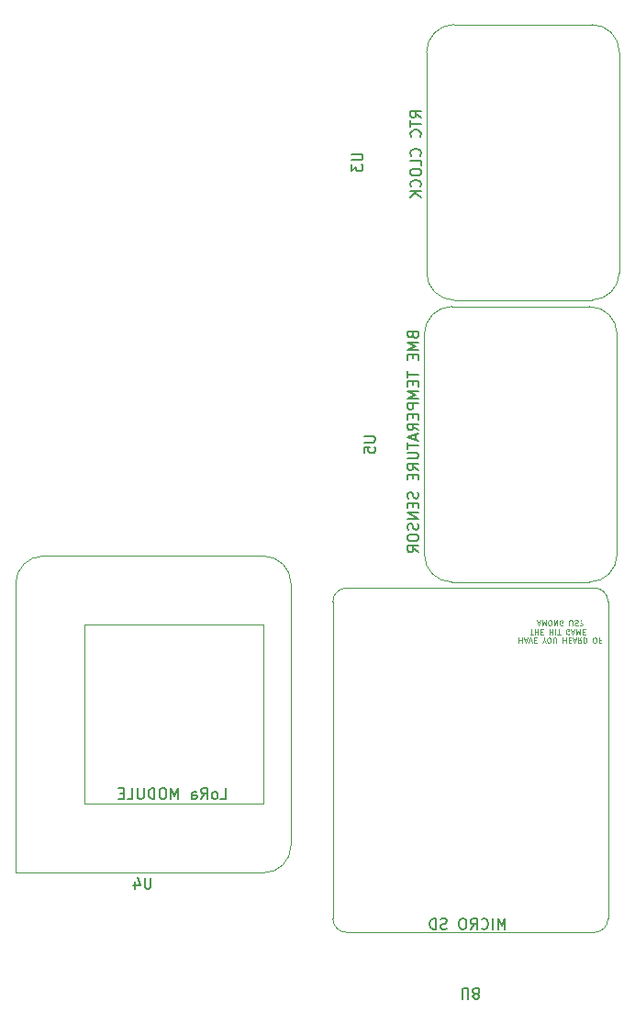
<source format=gbr>
%TF.GenerationSoftware,KiCad,Pcbnew,(6.0.10-0)*%
%TF.CreationDate,2023-01-18T17:38:16-08:00*%
%TF.ProjectId,Pioneer Controller V2,50696f6e-6565-4722-9043-6f6e74726f6c,rev?*%
%TF.SameCoordinates,Original*%
%TF.FileFunction,Legend,Bot*%
%TF.FilePolarity,Positive*%
%FSLAX46Y46*%
G04 Gerber Fmt 4.6, Leading zero omitted, Abs format (unit mm)*
G04 Created by KiCad (PCBNEW (6.0.10-0)) date 2023-01-18 17:38:16*
%MOMM*%
%LPD*%
G01*
G04 APERTURE LIST*
%ADD10C,0.150000*%
%ADD11C,0.125000*%
%ADD12C,0.120000*%
G04 APERTURE END LIST*
D10*
X50202380Y-99702380D02*
X50678571Y-99702380D01*
X50678571Y-98702380D01*
X49726190Y-99702380D02*
X49821428Y-99654761D01*
X49869047Y-99607142D01*
X49916666Y-99511904D01*
X49916666Y-99226190D01*
X49869047Y-99130952D01*
X49821428Y-99083333D01*
X49726190Y-99035714D01*
X49583333Y-99035714D01*
X49488095Y-99083333D01*
X49440476Y-99130952D01*
X49392857Y-99226190D01*
X49392857Y-99511904D01*
X49440476Y-99607142D01*
X49488095Y-99654761D01*
X49583333Y-99702380D01*
X49726190Y-99702380D01*
X48392857Y-99702380D02*
X48726190Y-99226190D01*
X48964285Y-99702380D02*
X48964285Y-98702380D01*
X48583333Y-98702380D01*
X48488095Y-98750000D01*
X48440476Y-98797619D01*
X48392857Y-98892857D01*
X48392857Y-99035714D01*
X48440476Y-99130952D01*
X48488095Y-99178571D01*
X48583333Y-99226190D01*
X48964285Y-99226190D01*
X47535714Y-99702380D02*
X47535714Y-99178571D01*
X47583333Y-99083333D01*
X47678571Y-99035714D01*
X47869047Y-99035714D01*
X47964285Y-99083333D01*
X47535714Y-99654761D02*
X47630952Y-99702380D01*
X47869047Y-99702380D01*
X47964285Y-99654761D01*
X48011904Y-99559523D01*
X48011904Y-99464285D01*
X47964285Y-99369047D01*
X47869047Y-99321428D01*
X47630952Y-99321428D01*
X47535714Y-99273809D01*
X46297619Y-99702380D02*
X46297619Y-98702380D01*
X45964285Y-99416666D01*
X45630952Y-98702380D01*
X45630952Y-99702380D01*
X44964285Y-98702380D02*
X44773809Y-98702380D01*
X44678571Y-98750000D01*
X44583333Y-98845238D01*
X44535714Y-99035714D01*
X44535714Y-99369047D01*
X44583333Y-99559523D01*
X44678571Y-99654761D01*
X44773809Y-99702380D01*
X44964285Y-99702380D01*
X45059523Y-99654761D01*
X45154761Y-99559523D01*
X45202380Y-99369047D01*
X45202380Y-99035714D01*
X45154761Y-98845238D01*
X45059523Y-98750000D01*
X44964285Y-98702380D01*
X44107142Y-99702380D02*
X44107142Y-98702380D01*
X43869047Y-98702380D01*
X43726190Y-98750000D01*
X43630952Y-98845238D01*
X43583333Y-98940476D01*
X43535714Y-99130952D01*
X43535714Y-99273809D01*
X43583333Y-99464285D01*
X43630952Y-99559523D01*
X43726190Y-99654761D01*
X43869047Y-99702380D01*
X44107142Y-99702380D01*
X43107142Y-98702380D02*
X43107142Y-99511904D01*
X43059523Y-99607142D01*
X43011904Y-99654761D01*
X42916666Y-99702380D01*
X42726190Y-99702380D01*
X42630952Y-99654761D01*
X42583333Y-99607142D01*
X42535714Y-99511904D01*
X42535714Y-98702380D01*
X41583333Y-99702380D02*
X42059523Y-99702380D01*
X42059523Y-98702380D01*
X41250000Y-99178571D02*
X40916666Y-99178571D01*
X40773809Y-99702380D02*
X41250000Y-99702380D01*
X41250000Y-98702380D01*
X40773809Y-98702380D01*
X67928571Y-56940476D02*
X67976190Y-57083333D01*
X68023809Y-57130952D01*
X68119047Y-57178571D01*
X68261904Y-57178571D01*
X68357142Y-57130952D01*
X68404761Y-57083333D01*
X68452380Y-56988095D01*
X68452380Y-56607142D01*
X67452380Y-56607142D01*
X67452380Y-56940476D01*
X67500000Y-57035714D01*
X67547619Y-57083333D01*
X67642857Y-57130952D01*
X67738095Y-57130952D01*
X67833333Y-57083333D01*
X67880952Y-57035714D01*
X67928571Y-56940476D01*
X67928571Y-56607142D01*
X68452380Y-57607142D02*
X67452380Y-57607142D01*
X68166666Y-57940476D01*
X67452380Y-58273809D01*
X68452380Y-58273809D01*
X67928571Y-58750000D02*
X67928571Y-59083333D01*
X68452380Y-59226190D02*
X68452380Y-58750000D01*
X67452380Y-58750000D01*
X67452380Y-59226190D01*
X67452380Y-60273809D02*
X67452380Y-60845238D01*
X68452380Y-60559523D02*
X67452380Y-60559523D01*
X67928571Y-61178571D02*
X67928571Y-61511904D01*
X68452380Y-61654761D02*
X68452380Y-61178571D01*
X67452380Y-61178571D01*
X67452380Y-61654761D01*
X68452380Y-62083333D02*
X67452380Y-62083333D01*
X68166666Y-62416666D01*
X67452380Y-62750000D01*
X68452380Y-62750000D01*
X68452380Y-63226190D02*
X67452380Y-63226190D01*
X67452380Y-63607142D01*
X67500000Y-63702380D01*
X67547619Y-63750000D01*
X67642857Y-63797619D01*
X67785714Y-63797619D01*
X67880952Y-63750000D01*
X67928571Y-63702380D01*
X67976190Y-63607142D01*
X67976190Y-63226190D01*
X67928571Y-64226190D02*
X67928571Y-64559523D01*
X68452380Y-64702380D02*
X68452380Y-64226190D01*
X67452380Y-64226190D01*
X67452380Y-64702380D01*
X68452380Y-65702380D02*
X67976190Y-65369047D01*
X68452380Y-65130952D02*
X67452380Y-65130952D01*
X67452380Y-65511904D01*
X67500000Y-65607142D01*
X67547619Y-65654761D01*
X67642857Y-65702380D01*
X67785714Y-65702380D01*
X67880952Y-65654761D01*
X67928571Y-65607142D01*
X67976190Y-65511904D01*
X67976190Y-65130952D01*
X68166666Y-66083333D02*
X68166666Y-66559523D01*
X68452380Y-65988095D02*
X67452380Y-66321428D01*
X68452380Y-66654761D01*
X67452380Y-66845238D02*
X67452380Y-67416666D01*
X68452380Y-67130952D02*
X67452380Y-67130952D01*
X67452380Y-67750000D02*
X68261904Y-67750000D01*
X68357142Y-67797619D01*
X68404761Y-67845238D01*
X68452380Y-67940476D01*
X68452380Y-68130952D01*
X68404761Y-68226190D01*
X68357142Y-68273809D01*
X68261904Y-68321428D01*
X67452380Y-68321428D01*
X68452380Y-69369047D02*
X67976190Y-69035714D01*
X68452380Y-68797619D02*
X67452380Y-68797619D01*
X67452380Y-69178571D01*
X67500000Y-69273809D01*
X67547619Y-69321428D01*
X67642857Y-69369047D01*
X67785714Y-69369047D01*
X67880952Y-69321428D01*
X67928571Y-69273809D01*
X67976190Y-69178571D01*
X67976190Y-68797619D01*
X67928571Y-69797619D02*
X67928571Y-70130952D01*
X68452380Y-70273809D02*
X68452380Y-69797619D01*
X67452380Y-69797619D01*
X67452380Y-70273809D01*
X68404761Y-71416666D02*
X68452380Y-71559523D01*
X68452380Y-71797619D01*
X68404761Y-71892857D01*
X68357142Y-71940476D01*
X68261904Y-71988095D01*
X68166666Y-71988095D01*
X68071428Y-71940476D01*
X68023809Y-71892857D01*
X67976190Y-71797619D01*
X67928571Y-71607142D01*
X67880952Y-71511904D01*
X67833333Y-71464285D01*
X67738095Y-71416666D01*
X67642857Y-71416666D01*
X67547619Y-71464285D01*
X67500000Y-71511904D01*
X67452380Y-71607142D01*
X67452380Y-71845238D01*
X67500000Y-71988095D01*
X67928571Y-72416666D02*
X67928571Y-72750000D01*
X68452380Y-72892857D02*
X68452380Y-72416666D01*
X67452380Y-72416666D01*
X67452380Y-72892857D01*
X68452380Y-73321428D02*
X67452380Y-73321428D01*
X68452380Y-73892857D01*
X67452380Y-73892857D01*
X68404761Y-74321428D02*
X68452380Y-74464285D01*
X68452380Y-74702380D01*
X68404761Y-74797619D01*
X68357142Y-74845238D01*
X68261904Y-74892857D01*
X68166666Y-74892857D01*
X68071428Y-74845238D01*
X68023809Y-74797619D01*
X67976190Y-74702380D01*
X67928571Y-74511904D01*
X67880952Y-74416666D01*
X67833333Y-74369047D01*
X67738095Y-74321428D01*
X67642857Y-74321428D01*
X67547619Y-74369047D01*
X67500000Y-74416666D01*
X67452380Y-74511904D01*
X67452380Y-74750000D01*
X67500000Y-74892857D01*
X67452380Y-75511904D02*
X67452380Y-75702380D01*
X67500000Y-75797619D01*
X67595238Y-75892857D01*
X67785714Y-75940476D01*
X68119047Y-75940476D01*
X68309523Y-75892857D01*
X68404761Y-75797619D01*
X68452380Y-75702380D01*
X68452380Y-75511904D01*
X68404761Y-75416666D01*
X68309523Y-75321428D01*
X68119047Y-75273809D01*
X67785714Y-75273809D01*
X67595238Y-75321428D01*
X67500000Y-75416666D01*
X67452380Y-75511904D01*
X68452380Y-76940476D02*
X67976190Y-76607142D01*
X68452380Y-76369047D02*
X67452380Y-76369047D01*
X67452380Y-76750000D01*
X67500000Y-76845238D01*
X67547619Y-76892857D01*
X67642857Y-76940476D01*
X67785714Y-76940476D01*
X67880952Y-76892857D01*
X67928571Y-76845238D01*
X67976190Y-76750000D01*
X67976190Y-76369047D01*
X68702380Y-36869047D02*
X68226190Y-36535714D01*
X68702380Y-36297619D02*
X67702380Y-36297619D01*
X67702380Y-36678571D01*
X67750000Y-36773809D01*
X67797619Y-36821428D01*
X67892857Y-36869047D01*
X68035714Y-36869047D01*
X68130952Y-36821428D01*
X68178571Y-36773809D01*
X68226190Y-36678571D01*
X68226190Y-36297619D01*
X67702380Y-37154761D02*
X67702380Y-37726190D01*
X68702380Y-37440476D02*
X67702380Y-37440476D01*
X68607142Y-38630952D02*
X68654761Y-38583333D01*
X68702380Y-38440476D01*
X68702380Y-38345238D01*
X68654761Y-38202380D01*
X68559523Y-38107142D01*
X68464285Y-38059523D01*
X68273809Y-38011904D01*
X68130952Y-38011904D01*
X67940476Y-38059523D01*
X67845238Y-38107142D01*
X67750000Y-38202380D01*
X67702380Y-38345238D01*
X67702380Y-38440476D01*
X67750000Y-38583333D01*
X67797619Y-38630952D01*
X68607142Y-40392857D02*
X68654761Y-40345238D01*
X68702380Y-40202380D01*
X68702380Y-40107142D01*
X68654761Y-39964285D01*
X68559523Y-39869047D01*
X68464285Y-39821428D01*
X68273809Y-39773809D01*
X68130952Y-39773809D01*
X67940476Y-39821428D01*
X67845238Y-39869047D01*
X67750000Y-39964285D01*
X67702380Y-40107142D01*
X67702380Y-40202380D01*
X67750000Y-40345238D01*
X67797619Y-40392857D01*
X68702380Y-41297619D02*
X68702380Y-40821428D01*
X67702380Y-40821428D01*
X67702380Y-41821428D02*
X67702380Y-42011904D01*
X67750000Y-42107142D01*
X67845238Y-42202380D01*
X68035714Y-42250000D01*
X68369047Y-42250000D01*
X68559523Y-42202380D01*
X68654761Y-42107142D01*
X68702380Y-42011904D01*
X68702380Y-41821428D01*
X68654761Y-41726190D01*
X68559523Y-41630952D01*
X68369047Y-41583333D01*
X68035714Y-41583333D01*
X67845238Y-41630952D01*
X67750000Y-41726190D01*
X67702380Y-41821428D01*
X68607142Y-43250000D02*
X68654761Y-43202380D01*
X68702380Y-43059523D01*
X68702380Y-42964285D01*
X68654761Y-42821428D01*
X68559523Y-42726190D01*
X68464285Y-42678571D01*
X68273809Y-42630952D01*
X68130952Y-42630952D01*
X67940476Y-42678571D01*
X67845238Y-42726190D01*
X67750000Y-42821428D01*
X67702380Y-42964285D01*
X67702380Y-43059523D01*
X67750000Y-43202380D01*
X67797619Y-43250000D01*
X68702380Y-43678571D02*
X67702380Y-43678571D01*
X68702380Y-44250000D02*
X68130952Y-43821428D01*
X67702380Y-44250000D02*
X68273809Y-43678571D01*
D11*
X77714285Y-84828809D02*
X77714285Y-85328809D01*
X77714285Y-85090714D02*
X78000000Y-85090714D01*
X78000000Y-84828809D02*
X78000000Y-85328809D01*
X78214285Y-84971666D02*
X78452380Y-84971666D01*
X78166666Y-84828809D02*
X78333333Y-85328809D01*
X78500000Y-84828809D01*
X78595238Y-85328809D02*
X78761904Y-84828809D01*
X78928571Y-85328809D01*
X79095238Y-85090714D02*
X79261904Y-85090714D01*
X79333333Y-84828809D02*
X79095238Y-84828809D01*
X79095238Y-85328809D01*
X79333333Y-85328809D01*
X80023809Y-85066904D02*
X80023809Y-84828809D01*
X79857142Y-85328809D02*
X80023809Y-85066904D01*
X80190476Y-85328809D01*
X80452380Y-85328809D02*
X80547619Y-85328809D01*
X80595238Y-85305000D01*
X80642857Y-85257380D01*
X80666666Y-85162142D01*
X80666666Y-84995476D01*
X80642857Y-84900238D01*
X80595238Y-84852619D01*
X80547619Y-84828809D01*
X80452380Y-84828809D01*
X80404761Y-84852619D01*
X80357142Y-84900238D01*
X80333333Y-84995476D01*
X80333333Y-85162142D01*
X80357142Y-85257380D01*
X80404761Y-85305000D01*
X80452380Y-85328809D01*
X80880952Y-85328809D02*
X80880952Y-84924047D01*
X80904761Y-84876428D01*
X80928571Y-84852619D01*
X80976190Y-84828809D01*
X81071428Y-84828809D01*
X81119047Y-84852619D01*
X81142857Y-84876428D01*
X81166666Y-84924047D01*
X81166666Y-85328809D01*
X81785714Y-84828809D02*
X81785714Y-85328809D01*
X81785714Y-85090714D02*
X82071428Y-85090714D01*
X82071428Y-84828809D02*
X82071428Y-85328809D01*
X82309523Y-85090714D02*
X82476190Y-85090714D01*
X82547619Y-84828809D02*
X82309523Y-84828809D01*
X82309523Y-85328809D01*
X82547619Y-85328809D01*
X82738095Y-84971666D02*
X82976190Y-84971666D01*
X82690476Y-84828809D02*
X82857142Y-85328809D01*
X83023809Y-84828809D01*
X83476190Y-84828809D02*
X83309523Y-85066904D01*
X83190476Y-84828809D02*
X83190476Y-85328809D01*
X83380952Y-85328809D01*
X83428571Y-85305000D01*
X83452380Y-85281190D01*
X83476190Y-85233571D01*
X83476190Y-85162142D01*
X83452380Y-85114523D01*
X83428571Y-85090714D01*
X83380952Y-85066904D01*
X83190476Y-85066904D01*
X83690476Y-84828809D02*
X83690476Y-85328809D01*
X83809523Y-85328809D01*
X83880952Y-85305000D01*
X83928571Y-85257380D01*
X83952380Y-85209761D01*
X83976190Y-85114523D01*
X83976190Y-85043095D01*
X83952380Y-84947857D01*
X83928571Y-84900238D01*
X83880952Y-84852619D01*
X83809523Y-84828809D01*
X83690476Y-84828809D01*
X84666666Y-85328809D02*
X84761904Y-85328809D01*
X84809523Y-85305000D01*
X84857142Y-85257380D01*
X84880952Y-85162142D01*
X84880952Y-84995476D01*
X84857142Y-84900238D01*
X84809523Y-84852619D01*
X84761904Y-84828809D01*
X84666666Y-84828809D01*
X84619047Y-84852619D01*
X84571428Y-84900238D01*
X84547619Y-84995476D01*
X84547619Y-85162142D01*
X84571428Y-85257380D01*
X84619047Y-85305000D01*
X84666666Y-85328809D01*
X85261904Y-85090714D02*
X85095238Y-85090714D01*
X85095238Y-84828809D02*
X85095238Y-85328809D01*
X85333333Y-85328809D01*
X78750000Y-84523809D02*
X79035714Y-84523809D01*
X78892857Y-84023809D02*
X78892857Y-84523809D01*
X79202380Y-84023809D02*
X79202380Y-84523809D01*
X79202380Y-84285714D02*
X79488095Y-84285714D01*
X79488095Y-84023809D02*
X79488095Y-84523809D01*
X79726190Y-84285714D02*
X79892857Y-84285714D01*
X79964285Y-84023809D02*
X79726190Y-84023809D01*
X79726190Y-84523809D01*
X79964285Y-84523809D01*
X80559523Y-84023809D02*
X80559523Y-84523809D01*
X80559523Y-84285714D02*
X80845238Y-84285714D01*
X80845238Y-84023809D02*
X80845238Y-84523809D01*
X81083333Y-84023809D02*
X81083333Y-84523809D01*
X81250000Y-84523809D02*
X81535714Y-84523809D01*
X81392857Y-84023809D02*
X81392857Y-84523809D01*
X82345238Y-84500000D02*
X82297619Y-84523809D01*
X82226190Y-84523809D01*
X82154761Y-84500000D01*
X82107142Y-84452380D01*
X82083333Y-84404761D01*
X82059523Y-84309523D01*
X82059523Y-84238095D01*
X82083333Y-84142857D01*
X82107142Y-84095238D01*
X82154761Y-84047619D01*
X82226190Y-84023809D01*
X82273809Y-84023809D01*
X82345238Y-84047619D01*
X82369047Y-84071428D01*
X82369047Y-84238095D01*
X82273809Y-84238095D01*
X82559523Y-84166666D02*
X82797619Y-84166666D01*
X82511904Y-84023809D02*
X82678571Y-84523809D01*
X82845238Y-84023809D01*
X83011904Y-84023809D02*
X83011904Y-84523809D01*
X83178571Y-84166666D01*
X83345238Y-84523809D01*
X83345238Y-84023809D01*
X83583333Y-84285714D02*
X83750000Y-84285714D01*
X83821428Y-84023809D02*
X83583333Y-84023809D01*
X83583333Y-84523809D01*
X83821428Y-84523809D01*
X79416666Y-83361666D02*
X79654761Y-83361666D01*
X79369047Y-83218809D02*
X79535714Y-83718809D01*
X79702380Y-83218809D01*
X79869047Y-83218809D02*
X79869047Y-83718809D01*
X80035714Y-83361666D01*
X80202380Y-83718809D01*
X80202380Y-83218809D01*
X80535714Y-83718809D02*
X80630952Y-83718809D01*
X80678571Y-83695000D01*
X80726190Y-83647380D01*
X80750000Y-83552142D01*
X80750000Y-83385476D01*
X80726190Y-83290238D01*
X80678571Y-83242619D01*
X80630952Y-83218809D01*
X80535714Y-83218809D01*
X80488095Y-83242619D01*
X80440476Y-83290238D01*
X80416666Y-83385476D01*
X80416666Y-83552142D01*
X80440476Y-83647380D01*
X80488095Y-83695000D01*
X80535714Y-83718809D01*
X80964285Y-83218809D02*
X80964285Y-83718809D01*
X81250000Y-83218809D01*
X81250000Y-83718809D01*
X81750000Y-83695000D02*
X81702380Y-83718809D01*
X81630952Y-83718809D01*
X81559523Y-83695000D01*
X81511904Y-83647380D01*
X81488095Y-83599761D01*
X81464285Y-83504523D01*
X81464285Y-83433095D01*
X81488095Y-83337857D01*
X81511904Y-83290238D01*
X81559523Y-83242619D01*
X81630952Y-83218809D01*
X81678571Y-83218809D01*
X81750000Y-83242619D01*
X81773809Y-83266428D01*
X81773809Y-83433095D01*
X81678571Y-83433095D01*
X82369047Y-83718809D02*
X82369047Y-83314047D01*
X82392857Y-83266428D01*
X82416666Y-83242619D01*
X82464285Y-83218809D01*
X82559523Y-83218809D01*
X82607142Y-83242619D01*
X82630952Y-83266428D01*
X82654761Y-83314047D01*
X82654761Y-83718809D01*
X82869047Y-83242619D02*
X82940476Y-83218809D01*
X83059523Y-83218809D01*
X83107142Y-83242619D01*
X83130952Y-83266428D01*
X83154761Y-83314047D01*
X83154761Y-83361666D01*
X83130952Y-83409285D01*
X83107142Y-83433095D01*
X83059523Y-83456904D01*
X82964285Y-83480714D01*
X82916666Y-83504523D01*
X82892857Y-83528333D01*
X82869047Y-83575952D01*
X82869047Y-83623571D01*
X82892857Y-83671190D01*
X82916666Y-83695000D01*
X82964285Y-83718809D01*
X83083333Y-83718809D01*
X83154761Y-83695000D01*
X83440476Y-83266428D02*
X83464285Y-83242619D01*
X83440476Y-83218809D01*
X83416666Y-83242619D01*
X83440476Y-83266428D01*
X83440476Y-83218809D01*
X83345238Y-83695000D02*
X83392857Y-83718809D01*
X83511904Y-83718809D01*
X83559523Y-83695000D01*
X83583333Y-83647380D01*
X83583333Y-83599761D01*
X83559523Y-83552142D01*
X83535714Y-83528333D01*
X83488095Y-83504523D01*
X83464285Y-83480714D01*
X83440476Y-83433095D01*
X83440476Y-83409285D01*
D10*
X76452380Y-111702380D02*
X76452380Y-110702380D01*
X76119047Y-111416666D01*
X75785714Y-110702380D01*
X75785714Y-111702380D01*
X75309523Y-111702380D02*
X75309523Y-110702380D01*
X74261904Y-111607142D02*
X74309523Y-111654761D01*
X74452380Y-111702380D01*
X74547619Y-111702380D01*
X74690476Y-111654761D01*
X74785714Y-111559523D01*
X74833333Y-111464285D01*
X74880952Y-111273809D01*
X74880952Y-111130952D01*
X74833333Y-110940476D01*
X74785714Y-110845238D01*
X74690476Y-110750000D01*
X74547619Y-110702380D01*
X74452380Y-110702380D01*
X74309523Y-110750000D01*
X74261904Y-110797619D01*
X73261904Y-111702380D02*
X73595238Y-111226190D01*
X73833333Y-111702380D02*
X73833333Y-110702380D01*
X73452380Y-110702380D01*
X73357142Y-110750000D01*
X73309523Y-110797619D01*
X73261904Y-110892857D01*
X73261904Y-111035714D01*
X73309523Y-111130952D01*
X73357142Y-111178571D01*
X73452380Y-111226190D01*
X73833333Y-111226190D01*
X72642857Y-110702380D02*
X72452380Y-110702380D01*
X72357142Y-110750000D01*
X72261904Y-110845238D01*
X72214285Y-111035714D01*
X72214285Y-111369047D01*
X72261904Y-111559523D01*
X72357142Y-111654761D01*
X72452380Y-111702380D01*
X72642857Y-111702380D01*
X72738095Y-111654761D01*
X72833333Y-111559523D01*
X72880952Y-111369047D01*
X72880952Y-111035714D01*
X72833333Y-110845238D01*
X72738095Y-110750000D01*
X72642857Y-110702380D01*
X71071428Y-111654761D02*
X70928571Y-111702380D01*
X70690476Y-111702380D01*
X70595238Y-111654761D01*
X70547619Y-111607142D01*
X70500000Y-111511904D01*
X70500000Y-111416666D01*
X70547619Y-111321428D01*
X70595238Y-111273809D01*
X70690476Y-111226190D01*
X70880952Y-111178571D01*
X70976190Y-111130952D01*
X71023809Y-111083333D01*
X71071428Y-110988095D01*
X71071428Y-110892857D01*
X71023809Y-110797619D01*
X70976190Y-110750000D01*
X70880952Y-110702380D01*
X70642857Y-110702380D01*
X70500000Y-110750000D01*
X70071428Y-111702380D02*
X70071428Y-110702380D01*
X69833333Y-110702380D01*
X69690476Y-110750000D01*
X69595238Y-110845238D01*
X69547619Y-110940476D01*
X69500000Y-111130952D01*
X69500000Y-111273809D01*
X69547619Y-111464285D01*
X69595238Y-111559523D01*
X69690476Y-111654761D01*
X69833333Y-111702380D01*
X70071428Y-111702380D01*
%TO.C,U5*%
X63452380Y-66238095D02*
X64261904Y-66238095D01*
X64357142Y-66285714D01*
X64404761Y-66333333D01*
X64452380Y-66428571D01*
X64452380Y-66619047D01*
X64404761Y-66714285D01*
X64357142Y-66761904D01*
X64261904Y-66809523D01*
X63452380Y-66809523D01*
X63452380Y-67761904D02*
X63452380Y-67285714D01*
X63928571Y-67238095D01*
X63880952Y-67285714D01*
X63833333Y-67380952D01*
X63833333Y-67619047D01*
X63880952Y-67714285D01*
X63928571Y-67761904D01*
X64023809Y-67809523D01*
X64261904Y-67809523D01*
X64357142Y-67761904D01*
X64404761Y-67714285D01*
X64452380Y-67619047D01*
X64452380Y-67380952D01*
X64404761Y-67285714D01*
X64357142Y-67238095D01*
%TO.C,U8*%
X72488095Y-118117619D02*
X72488095Y-117308095D01*
X72535714Y-117212857D01*
X72583333Y-117165238D01*
X72678571Y-117117619D01*
X72869047Y-117117619D01*
X72964285Y-117165238D01*
X73011904Y-117212857D01*
X73059523Y-117308095D01*
X73059523Y-118117619D01*
X73678571Y-117689047D02*
X73583333Y-117736666D01*
X73535714Y-117784285D01*
X73488095Y-117879523D01*
X73488095Y-117927142D01*
X73535714Y-118022380D01*
X73583333Y-118070000D01*
X73678571Y-118117619D01*
X73869047Y-118117619D01*
X73964285Y-118070000D01*
X74011904Y-118022380D01*
X74059523Y-117927142D01*
X74059523Y-117879523D01*
X74011904Y-117784285D01*
X73964285Y-117736666D01*
X73869047Y-117689047D01*
X73678571Y-117689047D01*
X73583333Y-117641428D01*
X73535714Y-117593809D01*
X73488095Y-117498571D01*
X73488095Y-117308095D01*
X73535714Y-117212857D01*
X73583333Y-117165238D01*
X73678571Y-117117619D01*
X73869047Y-117117619D01*
X73964285Y-117165238D01*
X74011904Y-117212857D01*
X74059523Y-117308095D01*
X74059523Y-117498571D01*
X74011904Y-117593809D01*
X73964285Y-117641428D01*
X73869047Y-117689047D01*
%TO.C,U4*%
X43761904Y-106962380D02*
X43761904Y-107771904D01*
X43714285Y-107867142D01*
X43666666Y-107914761D01*
X43571428Y-107962380D01*
X43380952Y-107962380D01*
X43285714Y-107914761D01*
X43238095Y-107867142D01*
X43190476Y-107771904D01*
X43190476Y-106962380D01*
X42285714Y-107295714D02*
X42285714Y-107962380D01*
X42523809Y-106914761D02*
X42761904Y-107629047D01*
X42142857Y-107629047D01*
%TO.C,U3*%
X62307380Y-40238095D02*
X63116904Y-40238095D01*
X63212142Y-40285714D01*
X63259761Y-40333333D01*
X63307380Y-40428571D01*
X63307380Y-40619047D01*
X63259761Y-40714285D01*
X63212142Y-40761904D01*
X63116904Y-40809523D01*
X62307380Y-40809523D01*
X62307380Y-41190476D02*
X62307380Y-41809523D01*
X62688333Y-41476190D01*
X62688333Y-41619047D01*
X62735952Y-41714285D01*
X62783571Y-41761904D01*
X62878809Y-41809523D01*
X63116904Y-41809523D01*
X63212142Y-41761904D01*
X63259761Y-41714285D01*
X63307380Y-41619047D01*
X63307380Y-41333333D01*
X63259761Y-41238095D01*
X63212142Y-41190476D01*
D12*
%TO.C,U5*%
X84240000Y-79700000D02*
X71540000Y-79700000D01*
X69000000Y-77160000D02*
X69000000Y-56840000D01*
X86780000Y-56840000D02*
X86780000Y-77160000D01*
X71540000Y-54300000D02*
X84240000Y-54300000D01*
X86780000Y-56840000D02*
G75*
G03*
X84240000Y-54300000I-2540001J-1D01*
G01*
X84240000Y-79700000D02*
G75*
G03*
X86780000Y-77160000I0J2540000D01*
G01*
X71540000Y-54300000D02*
G75*
G03*
X69000000Y-56840000I1J-2540001D01*
G01*
X69000000Y-77160000D02*
G75*
G03*
X71540000Y-79700000I2540000J0D01*
G01*
%TO.C,U8*%
X85950000Y-110720000D02*
X85950000Y-81510000D01*
X61820000Y-111990000D02*
X84680000Y-111990000D01*
X61820000Y-80240000D02*
X84680000Y-80240000D01*
X60550000Y-81510000D02*
X60550000Y-110720000D01*
X61820000Y-80240000D02*
G75*
G03*
X60550000Y-81510000I-1J-1269999D01*
G01*
X84680000Y-111990000D02*
G75*
G03*
X85950000Y-110720000I0J1270000D01*
G01*
X60550000Y-110720000D02*
G75*
G03*
X61820000Y-111990000I1269999J-1D01*
G01*
X85950000Y-81510000D02*
G75*
G03*
X84680000Y-80240000I-1270000J0D01*
G01*
%TO.C,U4*%
X31300000Y-106510000D02*
X54160000Y-106510000D01*
X31300000Y-79840000D02*
X31300000Y-106510000D01*
X54160000Y-77300000D02*
X33840000Y-77300000D01*
X56700000Y-103970000D02*
X56700000Y-79840000D01*
X54160000Y-83650000D02*
X37650000Y-83650000D01*
X37650000Y-83650000D02*
X37650000Y-100160000D01*
X37650000Y-100160000D02*
X54160000Y-100160000D01*
X54160000Y-100160000D02*
X54160000Y-83650000D01*
X54160000Y-106510000D02*
G75*
G03*
X56700000Y-103970000I0J2540000D01*
G01*
X56700000Y-79840000D02*
G75*
G03*
X54160000Y-77300000I-2540000J0D01*
G01*
X33840000Y-77300000D02*
G75*
G03*
X31300000Y-79840000I1J-2540001D01*
G01*
%TO.C,U3*%
X86985000Y-51160000D02*
X86985000Y-30840000D01*
X84445000Y-28300000D02*
X71745000Y-28300000D01*
X69205000Y-30840000D02*
X69205000Y-51160000D01*
X71745000Y-53700000D02*
X84445000Y-53700000D01*
X71745000Y-28300000D02*
G75*
G03*
X69205000Y-30840000I1J-2540001D01*
G01*
X86985000Y-30840000D02*
G75*
G03*
X84445000Y-28300000I-2540001J-1D01*
G01*
X84445000Y-53700000D02*
G75*
G03*
X86985000Y-51160000I0J2540000D01*
G01*
X69205000Y-51160000D02*
G75*
G03*
X71745000Y-53700000I2540000J0D01*
G01*
%TD*%
M02*

</source>
